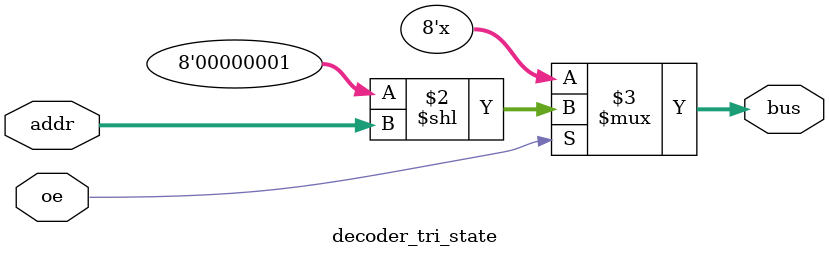
<source format=sv>
module decoder_tri_state (
    input oe,
    input [2:0] addr,
    output reg [7:0] bus
);
    always @(*) 
        bus = oe ? (8'h01 << addr) : 8'hZZ;
endmodule
</source>
